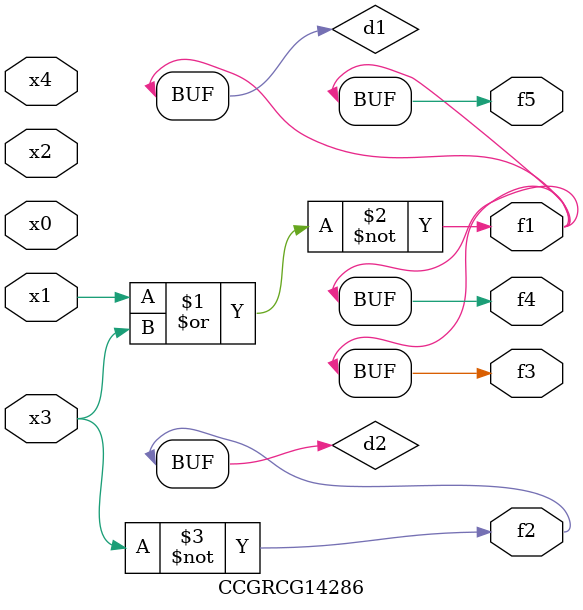
<source format=v>
module CCGRCG14286(
	input x0, x1, x2, x3, x4,
	output f1, f2, f3, f4, f5
);

	wire d1, d2;

	nor (d1, x1, x3);
	not (d2, x3);
	assign f1 = d1;
	assign f2 = d2;
	assign f3 = d1;
	assign f4 = d1;
	assign f5 = d1;
endmodule

</source>
